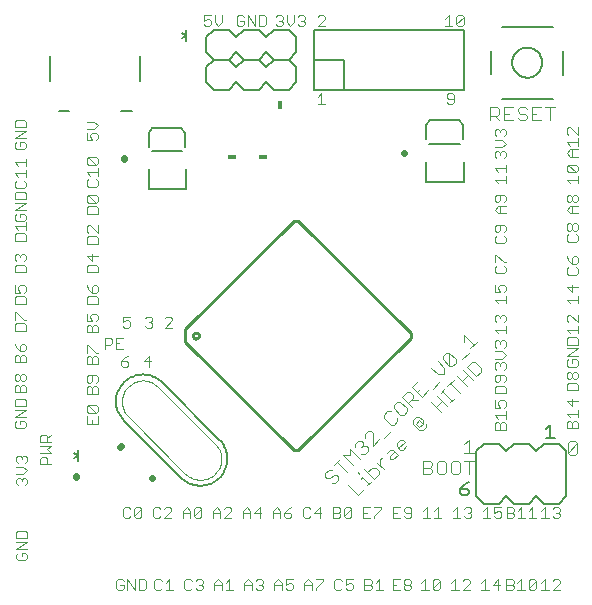
<source format=gto>
G75*
G70*
%OFA0B0*%
%FSLAX24Y24*%
%IPPOS*%
%LPD*%
%AMOC8*
5,1,8,0,0,1.08239X$1,22.5*
%
%ADD10C,0.0030*%
%ADD11C,0.0040*%
%ADD12C,0.0100*%
%ADD13C,0.0060*%
%ADD14C,0.0020*%
%ADD15C,0.0050*%
%ADD16C,0.0080*%
%ADD17C,0.0220*%
%ADD18R,0.0180X0.0300*%
%ADD19R,0.0300X0.0180*%
D10*
X000761Y001669D02*
X001007Y001669D01*
X001069Y001731D01*
X001069Y001854D01*
X001007Y001916D01*
X000884Y001916D01*
X000884Y001793D01*
X000761Y001916D02*
X000699Y001854D01*
X000699Y001731D01*
X000761Y001669D01*
X000699Y002038D02*
X001069Y002284D01*
X000699Y002284D01*
X000699Y002406D02*
X000699Y002591D01*
X000761Y002653D01*
X001007Y002653D01*
X001069Y002591D01*
X001069Y002406D01*
X000699Y002406D01*
X000699Y002038D02*
X001069Y002038D01*
X001007Y004169D02*
X001069Y004231D01*
X001069Y004354D01*
X001007Y004416D01*
X000946Y004416D01*
X000884Y004354D01*
X000884Y004293D01*
X000884Y004354D02*
X000822Y004416D01*
X000761Y004416D01*
X000699Y004354D01*
X000699Y004231D01*
X000761Y004169D01*
X000699Y004538D02*
X000946Y004538D01*
X001069Y004661D01*
X000946Y004784D01*
X000699Y004784D01*
X000761Y004906D02*
X000699Y004968D01*
X000699Y005091D01*
X000761Y005153D01*
X000822Y005153D01*
X000884Y005091D01*
X000946Y005153D01*
X001007Y005153D01*
X001069Y005091D01*
X001069Y004968D01*
X001007Y004906D01*
X000884Y005029D02*
X000884Y005091D01*
X001499Y005054D02*
X001499Y004869D01*
X001869Y004869D01*
X001746Y004869D02*
X001746Y005054D01*
X001684Y005116D01*
X001561Y005116D01*
X001499Y005054D01*
X001499Y005238D02*
X001869Y005238D01*
X001746Y005361D01*
X001869Y005484D01*
X001499Y005484D01*
X001499Y005606D02*
X001499Y005791D01*
X001561Y005853D01*
X001684Y005853D01*
X001746Y005791D01*
X001746Y005606D01*
X001869Y005606D02*
X001499Y005606D01*
X001746Y005729D02*
X001869Y005853D01*
X001019Y006131D02*
X001019Y006254D01*
X000957Y006316D01*
X000834Y006316D01*
X000834Y006193D01*
X000711Y006316D02*
X000649Y006254D01*
X000649Y006131D01*
X000711Y006069D01*
X000957Y006069D01*
X001019Y006131D01*
X001019Y006438D02*
X000649Y006438D01*
X001019Y006684D01*
X000649Y006684D01*
X000649Y006806D02*
X000649Y006991D01*
X000711Y007053D01*
X000957Y007053D01*
X001019Y006991D01*
X001019Y006806D01*
X000649Y006806D01*
X000649Y007269D02*
X000649Y007454D01*
X000711Y007516D01*
X000772Y007516D01*
X000834Y007454D01*
X000834Y007269D01*
X001019Y007269D02*
X001019Y007454D01*
X000957Y007516D01*
X000896Y007516D01*
X000834Y007454D01*
X000772Y007638D02*
X000711Y007638D01*
X000649Y007699D01*
X000649Y007823D01*
X000711Y007884D01*
X000772Y007884D01*
X000834Y007823D01*
X000834Y007699D01*
X000772Y007638D01*
X000834Y007699D02*
X000896Y007638D01*
X000957Y007638D01*
X001019Y007699D01*
X001019Y007823D01*
X000957Y007884D01*
X000896Y007884D01*
X000834Y007823D01*
X000834Y008269D02*
X000834Y008454D01*
X000896Y008516D01*
X000957Y008516D01*
X001019Y008454D01*
X001019Y008269D01*
X000649Y008269D01*
X000649Y008454D01*
X000711Y008516D01*
X000772Y008516D01*
X000834Y008454D01*
X000834Y008638D02*
X000711Y008761D01*
X000649Y008884D01*
X000834Y008823D02*
X000834Y008638D01*
X000957Y008638D01*
X001019Y008699D01*
X001019Y008823D01*
X000957Y008884D01*
X000896Y008884D01*
X000834Y008823D01*
X000649Y009319D02*
X000649Y009504D01*
X000711Y009566D01*
X000957Y009566D01*
X001019Y009504D01*
X001019Y009319D01*
X000649Y009319D01*
X000649Y009688D02*
X000649Y009934D01*
X000711Y009934D01*
X000957Y009688D01*
X001019Y009688D01*
X001019Y010219D02*
X000649Y010219D01*
X000649Y010404D01*
X000711Y010466D01*
X000957Y010466D01*
X001019Y010404D01*
X001019Y010219D01*
X000957Y010588D02*
X001019Y010649D01*
X001019Y010773D01*
X000957Y010834D01*
X000834Y010834D01*
X000772Y010773D01*
X000772Y010711D01*
X000834Y010588D01*
X000649Y010588D01*
X000649Y010834D01*
X000649Y011269D02*
X000649Y011454D01*
X000711Y011516D01*
X000957Y011516D01*
X001019Y011454D01*
X001019Y011269D01*
X000649Y011269D01*
X000711Y011638D02*
X000649Y011699D01*
X000649Y011823D01*
X000711Y011884D01*
X000772Y011884D01*
X000834Y011823D01*
X000896Y011884D01*
X000957Y011884D01*
X001019Y011823D01*
X001019Y011699D01*
X000957Y011638D01*
X000834Y011761D02*
X000834Y011823D01*
X000649Y012319D02*
X000649Y012504D01*
X000711Y012566D01*
X000957Y012566D01*
X001019Y012504D01*
X001019Y012319D01*
X000649Y012319D01*
X000772Y012688D02*
X000649Y012811D01*
X001019Y012811D01*
X001019Y012688D02*
X001019Y012934D01*
X000957Y012969D02*
X001019Y013031D01*
X001019Y013154D01*
X000957Y013216D01*
X000834Y013216D01*
X000834Y013093D01*
X000711Y013216D02*
X000649Y013154D01*
X000649Y013031D01*
X000711Y012969D01*
X000957Y012969D01*
X001019Y013338D02*
X000649Y013338D01*
X001019Y013584D01*
X000649Y013584D01*
X000649Y013706D02*
X000649Y013891D01*
X000711Y013953D01*
X000957Y013953D01*
X001019Y013891D01*
X001019Y013706D01*
X000649Y013706D01*
X000711Y014069D02*
X000957Y014069D01*
X001019Y014131D01*
X001019Y014254D01*
X000957Y014316D01*
X001019Y014438D02*
X001019Y014684D01*
X001019Y014806D02*
X001019Y015053D01*
X001019Y014929D02*
X000649Y014929D01*
X000772Y014806D01*
X000649Y014561D02*
X001019Y014561D01*
X000772Y014438D02*
X000649Y014561D01*
X000711Y014316D02*
X000649Y014254D01*
X000649Y014131D01*
X000711Y014069D01*
X000711Y015364D02*
X000957Y015364D01*
X001019Y015426D01*
X001019Y015550D01*
X000957Y015611D01*
X000834Y015611D01*
X000834Y015488D01*
X000711Y015611D02*
X000649Y015550D01*
X000649Y015426D01*
X000711Y015364D01*
X000649Y015733D02*
X001019Y015980D01*
X000649Y015980D01*
X000649Y016101D02*
X000649Y016286D01*
X000711Y016348D01*
X000957Y016348D01*
X001019Y016286D01*
X001019Y016101D01*
X000649Y016101D01*
X000649Y015733D02*
X001019Y015733D01*
X003049Y015669D02*
X003234Y015669D01*
X003172Y015793D01*
X003172Y015854D01*
X003234Y015916D01*
X003357Y015916D01*
X003419Y015854D01*
X003419Y015731D01*
X003357Y015669D01*
X003049Y015669D02*
X003049Y015916D01*
X003049Y016038D02*
X003296Y016038D01*
X003419Y016161D01*
X003296Y016284D01*
X003049Y016284D01*
X003111Y015103D02*
X003357Y014856D01*
X003419Y014918D01*
X003419Y015041D01*
X003357Y015103D01*
X003111Y015103D01*
X003049Y015041D01*
X003049Y014918D01*
X003111Y014856D01*
X003357Y014856D01*
X003419Y014734D02*
X003419Y014488D01*
X003419Y014611D02*
X003049Y014611D01*
X003172Y014488D01*
X003111Y014366D02*
X003049Y014304D01*
X003049Y014181D01*
X003111Y014119D01*
X003357Y014119D01*
X003419Y014181D01*
X003419Y014304D01*
X003357Y014366D01*
X003357Y013834D02*
X003111Y013834D01*
X003357Y013588D01*
X003419Y013649D01*
X003419Y013773D01*
X003357Y013834D01*
X003357Y013588D02*
X003111Y013588D01*
X003049Y013649D01*
X003049Y013773D01*
X003111Y013834D01*
X003111Y013466D02*
X003049Y013404D01*
X003049Y013219D01*
X003419Y013219D01*
X003419Y013404D01*
X003357Y013466D01*
X003111Y013466D01*
X003111Y012834D02*
X003049Y012773D01*
X003049Y012649D01*
X003111Y012588D01*
X003111Y012466D02*
X003049Y012404D01*
X003049Y012219D01*
X003419Y012219D01*
X003419Y012404D01*
X003357Y012466D01*
X003111Y012466D01*
X003419Y012588D02*
X003172Y012834D01*
X003111Y012834D01*
X003419Y012834D02*
X003419Y012588D01*
X003234Y011884D02*
X003234Y011638D01*
X003049Y011823D01*
X003419Y011823D01*
X003357Y011516D02*
X003111Y011516D01*
X003049Y011454D01*
X003049Y011269D01*
X003419Y011269D01*
X003419Y011454D01*
X003357Y011516D01*
X003357Y010834D02*
X003296Y010834D01*
X003234Y010773D01*
X003234Y010588D01*
X003357Y010588D01*
X003419Y010649D01*
X003419Y010773D01*
X003357Y010834D01*
X003111Y010711D02*
X003234Y010588D01*
X003357Y010466D02*
X003111Y010466D01*
X003049Y010404D01*
X003049Y010219D01*
X003419Y010219D01*
X003419Y010404D01*
X003357Y010466D01*
X003111Y010711D02*
X003049Y010834D01*
X003049Y009884D02*
X003049Y009638D01*
X003234Y009638D01*
X003172Y009761D01*
X003172Y009823D01*
X003234Y009884D01*
X003357Y009884D01*
X003419Y009823D01*
X003419Y009699D01*
X003357Y009638D01*
X003357Y009516D02*
X003419Y009454D01*
X003419Y009269D01*
X003049Y009269D01*
X003049Y009454D01*
X003111Y009516D01*
X003172Y009516D01*
X003234Y009454D01*
X003234Y009269D01*
X003234Y009454D02*
X003296Y009516D01*
X003357Y009516D01*
X003649Y009090D02*
X003834Y009090D01*
X003896Y009028D01*
X003896Y008904D01*
X003834Y008843D01*
X003649Y008843D01*
X003649Y008719D02*
X003649Y009090D01*
X004017Y009090D02*
X004017Y008719D01*
X004264Y008719D01*
X004141Y008904D02*
X004017Y008904D01*
X004017Y009090D02*
X004264Y009090D01*
X004311Y009419D02*
X004249Y009481D01*
X004311Y009419D02*
X004434Y009419D01*
X004496Y009481D01*
X004496Y009604D01*
X004434Y009666D01*
X004373Y009666D01*
X004249Y009604D01*
X004249Y009790D01*
X004496Y009790D01*
X004999Y009728D02*
X005061Y009790D01*
X005184Y009790D01*
X005246Y009728D01*
X005246Y009666D01*
X005184Y009604D01*
X005246Y009543D01*
X005246Y009481D01*
X005184Y009419D01*
X005061Y009419D01*
X004999Y009481D01*
X005123Y009604D02*
X005184Y009604D01*
X005649Y009728D02*
X005711Y009790D01*
X005834Y009790D01*
X005896Y009728D01*
X005896Y009666D01*
X005649Y009419D01*
X005896Y009419D01*
X005134Y008490D02*
X004949Y008304D01*
X005196Y008304D01*
X005134Y008119D02*
X005134Y008490D01*
X004446Y008490D02*
X004323Y008428D01*
X004199Y008304D01*
X004384Y008304D01*
X004446Y008243D01*
X004446Y008181D01*
X004384Y008119D01*
X004261Y008119D01*
X004199Y008181D01*
X004199Y008304D01*
X003419Y008219D02*
X003419Y008404D01*
X003357Y008466D01*
X003296Y008466D01*
X003234Y008404D01*
X003234Y008219D01*
X003049Y008219D02*
X003049Y008404D01*
X003111Y008466D01*
X003172Y008466D01*
X003234Y008404D01*
X003357Y008588D02*
X003419Y008588D01*
X003357Y008588D02*
X003111Y008834D01*
X003049Y008834D01*
X003049Y008588D01*
X003049Y008219D02*
X003419Y008219D01*
X003357Y007834D02*
X003111Y007834D01*
X003049Y007773D01*
X003049Y007649D01*
X003111Y007588D01*
X003172Y007588D01*
X003234Y007649D01*
X003234Y007834D01*
X003357Y007834D02*
X003419Y007773D01*
X003419Y007649D01*
X003357Y007588D01*
X003357Y007466D02*
X003419Y007404D01*
X003419Y007219D01*
X003049Y007219D01*
X003049Y007404D01*
X003111Y007466D01*
X003172Y007466D01*
X003234Y007404D01*
X003234Y007219D01*
X003234Y007404D02*
X003296Y007466D01*
X003357Y007466D01*
X003357Y006834D02*
X003111Y006834D01*
X003357Y006588D01*
X003419Y006649D01*
X003419Y006773D01*
X003357Y006834D01*
X003357Y006588D02*
X003111Y006588D01*
X003049Y006649D01*
X003049Y006773D01*
X003111Y006834D01*
X003049Y006466D02*
X003049Y006219D01*
X003419Y006219D01*
X003419Y006466D01*
X003234Y006343D02*
X003234Y006219D01*
X001019Y007269D02*
X000649Y007269D01*
X004324Y003440D02*
X004263Y003378D01*
X004263Y003131D01*
X004324Y003069D01*
X004448Y003069D01*
X004509Y003131D01*
X004631Y003131D02*
X004631Y003378D01*
X004693Y003440D01*
X004816Y003440D01*
X004878Y003378D01*
X004631Y003131D01*
X004693Y003069D01*
X004816Y003069D01*
X004878Y003131D01*
X004878Y003378D01*
X004509Y003378D02*
X004448Y003440D01*
X004324Y003440D01*
X005263Y003378D02*
X005263Y003131D01*
X005324Y003069D01*
X005448Y003069D01*
X005509Y003131D01*
X005631Y003069D02*
X005878Y003316D01*
X005878Y003378D01*
X005816Y003440D01*
X005693Y003440D01*
X005631Y003378D01*
X005509Y003378D02*
X005448Y003440D01*
X005324Y003440D01*
X005263Y003378D01*
X005631Y003069D02*
X005878Y003069D01*
X006263Y003069D02*
X006263Y003316D01*
X006386Y003440D01*
X006509Y003316D01*
X006509Y003069D01*
X006631Y003131D02*
X006631Y003378D01*
X006693Y003440D01*
X006816Y003440D01*
X006878Y003378D01*
X006631Y003131D01*
X006693Y003069D01*
X006816Y003069D01*
X006878Y003131D01*
X006878Y003378D01*
X006509Y003254D02*
X006263Y003254D01*
X007263Y003254D02*
X007509Y003254D01*
X007509Y003316D02*
X007509Y003069D01*
X007631Y003069D02*
X007878Y003316D01*
X007878Y003378D01*
X007816Y003440D01*
X007693Y003440D01*
X007631Y003378D01*
X007509Y003316D02*
X007386Y003440D01*
X007263Y003316D01*
X007263Y003069D01*
X007631Y003069D02*
X007878Y003069D01*
X008263Y003069D02*
X008263Y003316D01*
X008386Y003440D01*
X008509Y003316D01*
X008509Y003069D01*
X008509Y003254D02*
X008263Y003254D01*
X008631Y003254D02*
X008878Y003254D01*
X008816Y003069D02*
X008816Y003440D01*
X008631Y003254D01*
X009263Y003254D02*
X009509Y003254D01*
X009509Y003316D02*
X009509Y003069D01*
X009631Y003131D02*
X009693Y003069D01*
X009816Y003069D01*
X009878Y003131D01*
X009878Y003193D01*
X009816Y003254D01*
X009631Y003254D01*
X009631Y003131D01*
X009631Y003254D02*
X009754Y003378D01*
X009878Y003440D01*
X009509Y003316D02*
X009386Y003440D01*
X009263Y003316D01*
X009263Y003069D01*
X010263Y003131D02*
X010324Y003069D01*
X010448Y003069D01*
X010509Y003131D01*
X010631Y003254D02*
X010878Y003254D01*
X010816Y003069D02*
X010816Y003440D01*
X010631Y003254D01*
X010509Y003378D02*
X010448Y003440D01*
X010324Y003440D01*
X010263Y003378D01*
X010263Y003131D01*
X011263Y003069D02*
X011448Y003069D01*
X011509Y003131D01*
X011509Y003193D01*
X011448Y003254D01*
X011263Y003254D01*
X011263Y003069D02*
X011263Y003440D01*
X011448Y003440D01*
X011509Y003378D01*
X011509Y003316D01*
X011448Y003254D01*
X011631Y003131D02*
X011878Y003378D01*
X011878Y003131D01*
X011816Y003069D01*
X011693Y003069D01*
X011631Y003131D01*
X011631Y003378D01*
X011693Y003440D01*
X011816Y003440D01*
X011878Y003378D01*
X012263Y003440D02*
X012263Y003069D01*
X012509Y003069D01*
X012631Y003069D02*
X012631Y003131D01*
X012878Y003378D01*
X012878Y003440D01*
X012631Y003440D01*
X012509Y003440D02*
X012263Y003440D01*
X012263Y003254D02*
X012386Y003254D01*
X013263Y003254D02*
X013386Y003254D01*
X013263Y003069D02*
X013509Y003069D01*
X013631Y003131D02*
X013693Y003069D01*
X013816Y003069D01*
X013878Y003131D01*
X013878Y003378D01*
X013816Y003440D01*
X013693Y003440D01*
X013631Y003378D01*
X013631Y003316D01*
X013693Y003254D01*
X013878Y003254D01*
X014263Y003316D02*
X014386Y003440D01*
X014386Y003069D01*
X014263Y003069D02*
X014509Y003069D01*
X014631Y003069D02*
X014878Y003069D01*
X014754Y003069D02*
X014754Y003440D01*
X014631Y003316D01*
X015263Y003316D02*
X015386Y003440D01*
X015386Y003069D01*
X015263Y003069D02*
X015509Y003069D01*
X015631Y003131D02*
X015693Y003069D01*
X015816Y003069D01*
X015878Y003131D01*
X015878Y003193D01*
X015816Y003254D01*
X015754Y003254D01*
X015816Y003254D02*
X015878Y003316D01*
X015878Y003378D01*
X015816Y003440D01*
X015693Y003440D01*
X015631Y003378D01*
X016263Y003316D02*
X016386Y003440D01*
X016386Y003069D01*
X016263Y003069D02*
X016509Y003069D01*
X016631Y003131D02*
X016693Y003069D01*
X016816Y003069D01*
X016878Y003131D01*
X016878Y003254D01*
X016816Y003316D01*
X016754Y003316D01*
X016631Y003254D01*
X016631Y003440D01*
X016878Y003440D01*
X017049Y003440D02*
X017234Y003440D01*
X017296Y003378D01*
X017296Y003316D01*
X017234Y003254D01*
X017049Y003254D01*
X017049Y003069D02*
X017234Y003069D01*
X017296Y003131D01*
X017296Y003193D01*
X017234Y003254D01*
X017417Y003316D02*
X017541Y003440D01*
X017541Y003069D01*
X017664Y003069D02*
X017417Y003069D01*
X017049Y003069D02*
X017049Y003440D01*
X017786Y003316D02*
X017909Y003440D01*
X017909Y003069D01*
X017786Y003069D02*
X018033Y003069D01*
X018213Y003069D02*
X018459Y003069D01*
X018336Y003069D02*
X018336Y003440D01*
X018213Y003316D01*
X018581Y003378D02*
X018643Y003440D01*
X018766Y003440D01*
X018828Y003378D01*
X018828Y003316D01*
X018766Y003254D01*
X018828Y003193D01*
X018828Y003131D01*
X018766Y003069D01*
X018643Y003069D01*
X018581Y003131D01*
X018704Y003254D02*
X018766Y003254D01*
X018766Y001040D02*
X018643Y001040D01*
X018581Y000978D01*
X018766Y001040D02*
X018828Y000978D01*
X018828Y000916D01*
X018581Y000669D01*
X018828Y000669D01*
X018459Y000669D02*
X018213Y000669D01*
X018336Y000669D02*
X018336Y001040D01*
X018213Y000916D01*
X018028Y000978D02*
X018028Y000731D01*
X017966Y000669D01*
X017843Y000669D01*
X017781Y000731D01*
X018028Y000978D01*
X017966Y001040D01*
X017843Y001040D01*
X017781Y000978D01*
X017781Y000731D01*
X017659Y000669D02*
X017413Y000669D01*
X017536Y000669D02*
X017536Y001040D01*
X017413Y000916D01*
X017291Y000916D02*
X017229Y000854D01*
X017044Y000854D01*
X017044Y000669D02*
X017229Y000669D01*
X017291Y000731D01*
X017291Y000793D01*
X017229Y000854D01*
X017291Y000916D02*
X017291Y000978D01*
X017229Y001040D01*
X017044Y001040D01*
X017044Y000669D01*
X016766Y000669D02*
X016766Y001040D01*
X016581Y000854D01*
X016828Y000854D01*
X016459Y000669D02*
X016213Y000669D01*
X016336Y000669D02*
X016336Y001040D01*
X016213Y000916D01*
X015828Y000916D02*
X015828Y000978D01*
X015766Y001040D01*
X015643Y001040D01*
X015581Y000978D01*
X015336Y001040D02*
X015336Y000669D01*
X015213Y000669D02*
X015459Y000669D01*
X015581Y000669D02*
X015828Y000916D01*
X015828Y000669D02*
X015581Y000669D01*
X015213Y000916D02*
X015336Y001040D01*
X014828Y000978D02*
X014828Y000731D01*
X014766Y000669D01*
X014643Y000669D01*
X014581Y000731D01*
X014828Y000978D01*
X014766Y001040D01*
X014643Y001040D01*
X014581Y000978D01*
X014581Y000731D01*
X014459Y000669D02*
X014213Y000669D01*
X014336Y000669D02*
X014336Y001040D01*
X014213Y000916D01*
X013864Y000916D02*
X013864Y000978D01*
X013803Y001039D01*
X013679Y001039D01*
X013617Y000978D01*
X013617Y000916D01*
X013679Y000854D01*
X013803Y000854D01*
X013864Y000916D01*
X013803Y000854D02*
X013864Y000792D01*
X013864Y000731D01*
X013803Y000669D01*
X013679Y000669D01*
X013617Y000731D01*
X013617Y000792D01*
X013679Y000854D01*
X013496Y000669D02*
X013249Y000669D01*
X013249Y001039D01*
X013496Y001039D01*
X013373Y000854D02*
X013249Y000854D01*
X012928Y000669D02*
X012681Y000669D01*
X012804Y000669D02*
X012804Y001040D01*
X012681Y000916D01*
X012559Y000916D02*
X012498Y000854D01*
X012313Y000854D01*
X012313Y000669D02*
X012498Y000669D01*
X012559Y000731D01*
X012559Y000793D01*
X012498Y000854D01*
X012559Y000916D02*
X012559Y000978D01*
X012498Y001040D01*
X012313Y001040D01*
X012313Y000669D01*
X011928Y000731D02*
X011866Y000669D01*
X011743Y000669D01*
X011681Y000731D01*
X011559Y000731D02*
X011498Y000669D01*
X011374Y000669D01*
X011313Y000731D01*
X011313Y000978D01*
X011374Y001040D01*
X011498Y001040D01*
X011559Y000978D01*
X011681Y001040D02*
X011681Y000854D01*
X011804Y000916D01*
X011866Y000916D01*
X011928Y000854D01*
X011928Y000731D01*
X011928Y001040D02*
X011681Y001040D01*
X010928Y001040D02*
X010928Y000978D01*
X010681Y000731D01*
X010681Y000669D01*
X010559Y000669D02*
X010559Y000916D01*
X010436Y001040D01*
X010313Y000916D01*
X010313Y000669D01*
X010313Y000854D02*
X010559Y000854D01*
X010681Y001040D02*
X010928Y001040D01*
X009928Y001040D02*
X009681Y001040D01*
X009681Y000854D01*
X009804Y000916D01*
X009866Y000916D01*
X009928Y000854D01*
X009928Y000731D01*
X009866Y000669D01*
X009743Y000669D01*
X009681Y000731D01*
X009559Y000669D02*
X009559Y000916D01*
X009436Y001040D01*
X009313Y000916D01*
X009313Y000669D01*
X009313Y000854D02*
X009559Y000854D01*
X008928Y000793D02*
X008928Y000731D01*
X008866Y000669D01*
X008743Y000669D01*
X008681Y000731D01*
X008559Y000669D02*
X008559Y000916D01*
X008436Y001040D01*
X008313Y000916D01*
X008313Y000669D01*
X008313Y000854D02*
X008559Y000854D01*
X008681Y000978D02*
X008743Y001040D01*
X008866Y001040D01*
X008928Y000978D01*
X008928Y000916D01*
X008866Y000854D01*
X008928Y000793D01*
X008866Y000854D02*
X008804Y000854D01*
X007928Y000669D02*
X007681Y000669D01*
X007559Y000669D02*
X007559Y000916D01*
X007436Y001040D01*
X007313Y000916D01*
X007313Y000669D01*
X007313Y000854D02*
X007559Y000854D01*
X007681Y000916D02*
X007804Y001040D01*
X007804Y000669D01*
X006928Y000731D02*
X006866Y000669D01*
X006743Y000669D01*
X006681Y000731D01*
X006559Y000731D02*
X006498Y000669D01*
X006374Y000669D01*
X006313Y000731D01*
X006313Y000978D01*
X006374Y001040D01*
X006498Y001040D01*
X006559Y000978D01*
X006681Y000978D02*
X006743Y001040D01*
X006866Y001040D01*
X006928Y000978D01*
X006928Y000916D01*
X006866Y000854D01*
X006928Y000793D01*
X006928Y000731D01*
X006866Y000854D02*
X006804Y000854D01*
X005928Y000669D02*
X005681Y000669D01*
X005804Y000669D02*
X005804Y001040D01*
X005681Y000916D01*
X005559Y000978D02*
X005498Y001040D01*
X005374Y001040D01*
X005313Y000978D01*
X005313Y000731D01*
X005374Y000669D01*
X005498Y000669D01*
X005559Y000731D01*
X005028Y000731D02*
X005028Y000978D01*
X004966Y001040D01*
X004781Y001040D01*
X004781Y000669D01*
X004966Y000669D01*
X005028Y000731D01*
X004659Y000669D02*
X004659Y001040D01*
X004413Y001040D02*
X004413Y000669D01*
X004291Y000731D02*
X004291Y000854D01*
X004168Y000854D01*
X004291Y000731D02*
X004229Y000669D01*
X004106Y000669D01*
X004044Y000731D01*
X004044Y000978D01*
X004106Y001040D01*
X004229Y001040D01*
X004291Y000978D01*
X004413Y001040D02*
X004659Y000669D01*
X013263Y003069D02*
X013263Y003440D01*
X013509Y003440D01*
X016649Y006014D02*
X016649Y006200D01*
X016711Y006261D01*
X016772Y006261D01*
X016834Y006200D01*
X016834Y006014D01*
X017019Y006014D02*
X017019Y006200D01*
X016957Y006261D01*
X016896Y006261D01*
X016834Y006200D01*
X016772Y006383D02*
X016649Y006506D01*
X017019Y006506D01*
X017019Y006383D02*
X017019Y006630D01*
X016957Y006751D02*
X017019Y006813D01*
X017019Y006936D01*
X016957Y006998D01*
X016834Y006998D01*
X016772Y006936D01*
X016772Y006874D01*
X016834Y006751D01*
X016649Y006751D01*
X016649Y006998D01*
X016649Y007233D02*
X016649Y007418D01*
X016711Y007480D01*
X016957Y007480D01*
X017019Y007418D01*
X017019Y007233D01*
X016649Y007233D01*
X016711Y007601D02*
X016649Y007663D01*
X016649Y007786D01*
X016711Y007848D01*
X016957Y007848D01*
X017019Y007786D01*
X017019Y007663D01*
X016957Y007601D01*
X016834Y007663D02*
X016834Y007848D01*
X016834Y007663D02*
X016772Y007601D01*
X016711Y007601D01*
X016711Y008014D02*
X016649Y008076D01*
X016649Y008200D01*
X016711Y008261D01*
X016772Y008261D01*
X016834Y008200D01*
X016896Y008261D01*
X016957Y008261D01*
X017019Y008200D01*
X017019Y008076D01*
X016957Y008014D01*
X016834Y008138D02*
X016834Y008200D01*
X016896Y008383D02*
X016649Y008383D01*
X016649Y008630D02*
X016896Y008630D01*
X017019Y008506D01*
X016896Y008383D01*
X016957Y008751D02*
X017019Y008813D01*
X017019Y008936D01*
X016957Y008998D01*
X016896Y008998D01*
X016834Y008936D01*
X016834Y008874D01*
X016834Y008936D02*
X016772Y008998D01*
X016711Y008998D01*
X016649Y008936D01*
X016649Y008813D01*
X016711Y008751D01*
X016772Y009233D02*
X016649Y009356D01*
X017019Y009356D01*
X017019Y009233D02*
X017019Y009480D01*
X016957Y009601D02*
X017019Y009663D01*
X017019Y009786D01*
X016957Y009848D01*
X016896Y009848D01*
X016834Y009786D01*
X016834Y009724D01*
X016834Y009786D02*
X016772Y009848D01*
X016711Y009848D01*
X016649Y009786D01*
X016649Y009663D01*
X016711Y009601D01*
X016772Y010233D02*
X016649Y010356D01*
X017019Y010356D01*
X017019Y010233D02*
X017019Y010480D01*
X016957Y010601D02*
X017019Y010663D01*
X017019Y010786D01*
X016957Y010848D01*
X016834Y010848D01*
X016772Y010786D01*
X016772Y010724D01*
X016834Y010601D01*
X016649Y010601D01*
X016649Y010848D01*
X016711Y011233D02*
X016957Y011233D01*
X017019Y011294D01*
X017019Y011418D01*
X016957Y011480D01*
X016957Y011601D02*
X017019Y011601D01*
X016957Y011601D02*
X016711Y011848D01*
X016649Y011848D01*
X016649Y011601D01*
X016711Y011480D02*
X016649Y011418D01*
X016649Y011294D01*
X016711Y011233D01*
X016711Y012233D02*
X016957Y012233D01*
X017019Y012294D01*
X017019Y012418D01*
X016957Y012480D01*
X016957Y012601D02*
X017019Y012663D01*
X017019Y012786D01*
X016957Y012848D01*
X016711Y012848D01*
X016649Y012786D01*
X016649Y012663D01*
X016711Y012601D01*
X016772Y012601D01*
X016834Y012663D01*
X016834Y012848D01*
X016711Y012480D02*
X016649Y012418D01*
X016649Y012294D01*
X016711Y012233D01*
X016772Y013233D02*
X016649Y013356D01*
X016772Y013480D01*
X017019Y013480D01*
X016957Y013601D02*
X017019Y013663D01*
X017019Y013786D01*
X016957Y013848D01*
X016711Y013848D01*
X016649Y013786D01*
X016649Y013663D01*
X016711Y013601D01*
X016772Y013601D01*
X016834Y013663D01*
X016834Y013848D01*
X016834Y013480D02*
X016834Y013233D01*
X016772Y013233D02*
X017019Y013233D01*
X017019Y014233D02*
X017019Y014480D01*
X017019Y014601D02*
X017019Y014848D01*
X017019Y014724D02*
X016649Y014724D01*
X016772Y014601D01*
X016649Y014356D02*
X017019Y014356D01*
X016772Y014233D02*
X016649Y014356D01*
X016711Y015064D02*
X016649Y015126D01*
X016649Y015250D01*
X016711Y015311D01*
X016772Y015311D01*
X016834Y015250D01*
X016896Y015311D01*
X016957Y015311D01*
X017019Y015250D01*
X017019Y015126D01*
X016957Y015064D01*
X016834Y015188D02*
X016834Y015250D01*
X016896Y015433D02*
X016649Y015433D01*
X016649Y015680D02*
X016896Y015680D01*
X017019Y015556D01*
X016896Y015433D01*
X016957Y015801D02*
X017019Y015863D01*
X017019Y015986D01*
X016957Y016048D01*
X016896Y016048D01*
X016834Y015986D01*
X016834Y015924D01*
X016834Y015986D02*
X016772Y016048D01*
X016711Y016048D01*
X016649Y015986D01*
X016649Y015863D01*
X016711Y015801D01*
X015296Y016931D02*
X015296Y017178D01*
X015234Y017240D01*
X015111Y017240D01*
X015049Y017178D01*
X015049Y017116D01*
X015111Y017054D01*
X015296Y017054D01*
X015296Y016931D02*
X015234Y016869D01*
X015111Y016869D01*
X015049Y016931D01*
X014999Y019469D02*
X015246Y019469D01*
X015123Y019469D02*
X015123Y019840D01*
X014999Y019716D01*
X015367Y019778D02*
X015367Y019531D01*
X015614Y019778D01*
X015614Y019531D01*
X015553Y019469D01*
X015429Y019469D01*
X015367Y019531D01*
X015367Y019778D02*
X015429Y019840D01*
X015553Y019840D01*
X015614Y019778D01*
X019111Y016103D02*
X019049Y016041D01*
X019049Y015918D01*
X019111Y015856D01*
X019111Y016103D02*
X019172Y016103D01*
X019419Y015856D01*
X019419Y016103D01*
X019419Y015734D02*
X019419Y015488D01*
X019419Y015366D02*
X019172Y015366D01*
X019049Y015243D01*
X019172Y015119D01*
X019419Y015119D01*
X019234Y015119D02*
X019234Y015366D01*
X019172Y015488D02*
X019049Y015611D01*
X019419Y015611D01*
X019357Y014848D02*
X019111Y014848D01*
X019357Y014601D01*
X019419Y014663D01*
X019419Y014786D01*
X019357Y014848D01*
X019111Y014848D02*
X019049Y014786D01*
X019049Y014663D01*
X019111Y014601D01*
X019357Y014601D01*
X019419Y014480D02*
X019419Y014233D01*
X019419Y014356D02*
X019049Y014356D01*
X019172Y014233D01*
X019172Y013848D02*
X019234Y013786D01*
X019234Y013663D01*
X019172Y013601D01*
X019111Y013601D01*
X019049Y013663D01*
X019049Y013786D01*
X019111Y013848D01*
X019172Y013848D01*
X019234Y013786D02*
X019296Y013848D01*
X019357Y013848D01*
X019419Y013786D01*
X019419Y013663D01*
X019357Y013601D01*
X019296Y013601D01*
X019234Y013663D01*
X019234Y013480D02*
X019234Y013233D01*
X019172Y013233D02*
X019049Y013356D01*
X019172Y013480D01*
X019419Y013480D01*
X019419Y013233D02*
X019172Y013233D01*
X019172Y012898D02*
X019234Y012836D01*
X019234Y012713D01*
X019172Y012651D01*
X019111Y012651D01*
X019049Y012713D01*
X019049Y012836D01*
X019111Y012898D01*
X019172Y012898D01*
X019234Y012836D02*
X019296Y012898D01*
X019357Y012898D01*
X019419Y012836D01*
X019419Y012713D01*
X019357Y012651D01*
X019296Y012651D01*
X019234Y012713D01*
X019111Y012530D02*
X019049Y012468D01*
X019049Y012344D01*
X019111Y012283D01*
X019357Y012283D01*
X019419Y012344D01*
X019419Y012468D01*
X019357Y012530D01*
X019357Y011798D02*
X019296Y011798D01*
X019234Y011736D01*
X019234Y011551D01*
X019357Y011551D01*
X019419Y011613D01*
X019419Y011736D01*
X019357Y011798D01*
X019111Y011674D02*
X019234Y011551D01*
X019111Y011430D02*
X019049Y011368D01*
X019049Y011244D01*
X019111Y011183D01*
X019357Y011183D01*
X019419Y011244D01*
X019419Y011368D01*
X019357Y011430D01*
X019111Y011674D02*
X019049Y011798D01*
X019234Y010848D02*
X019234Y010601D01*
X019049Y010786D01*
X019419Y010786D01*
X019419Y010480D02*
X019419Y010233D01*
X019419Y010356D02*
X019049Y010356D01*
X019172Y010233D01*
X019172Y009848D02*
X019111Y009848D01*
X019049Y009786D01*
X019049Y009663D01*
X019111Y009601D01*
X019049Y009356D02*
X019419Y009356D01*
X019419Y009233D02*
X019419Y009480D01*
X019419Y009601D02*
X019172Y009848D01*
X019419Y009848D02*
X019419Y009601D01*
X019172Y009233D02*
X019049Y009356D01*
X019111Y009098D02*
X019049Y009036D01*
X019049Y008851D01*
X019419Y008851D01*
X019419Y009036D01*
X019357Y009098D01*
X019111Y009098D01*
X019049Y008730D02*
X019419Y008730D01*
X019049Y008483D01*
X019419Y008483D01*
X019357Y008361D02*
X019234Y008361D01*
X019234Y008238D01*
X019111Y008361D02*
X019049Y008300D01*
X019049Y008176D01*
X019111Y008114D01*
X019357Y008114D01*
X019419Y008176D01*
X019419Y008300D01*
X019357Y008361D01*
X019357Y007948D02*
X019419Y007886D01*
X019419Y007763D01*
X019357Y007701D01*
X019296Y007701D01*
X019234Y007763D01*
X019234Y007886D01*
X019296Y007948D01*
X019357Y007948D01*
X019234Y007886D02*
X019172Y007948D01*
X019111Y007948D01*
X019049Y007886D01*
X019049Y007763D01*
X019111Y007701D01*
X019172Y007701D01*
X019234Y007763D01*
X019111Y007580D02*
X019049Y007518D01*
X019049Y007333D01*
X019419Y007333D01*
X019419Y007518D01*
X019357Y007580D01*
X019111Y007580D01*
X019234Y007048D02*
X019234Y006801D01*
X019049Y006986D01*
X019419Y006986D01*
X019419Y006680D02*
X019419Y006433D01*
X019419Y006556D02*
X019049Y006556D01*
X019172Y006433D01*
X019172Y006311D02*
X019234Y006250D01*
X019234Y006064D01*
X019049Y006064D02*
X019049Y006250D01*
X019111Y006311D01*
X019172Y006311D01*
X019234Y006250D02*
X019296Y006311D01*
X019357Y006311D01*
X019419Y006250D01*
X019419Y006064D01*
X019049Y006064D01*
X017019Y006014D02*
X016649Y006014D01*
X010996Y016869D02*
X010749Y016869D01*
X010873Y016869D02*
X010873Y017240D01*
X010749Y017116D01*
X010749Y019469D02*
X010996Y019716D01*
X010996Y019778D01*
X010934Y019840D01*
X010811Y019840D01*
X010749Y019778D01*
X010749Y019469D02*
X010996Y019469D01*
X010333Y019531D02*
X010271Y019469D01*
X010147Y019469D01*
X010086Y019531D01*
X009964Y019593D02*
X009964Y019840D01*
X010086Y019778D02*
X010147Y019840D01*
X010271Y019840D01*
X010333Y019778D01*
X010333Y019716D01*
X010271Y019654D01*
X010333Y019593D01*
X010333Y019531D01*
X010271Y019654D02*
X010209Y019654D01*
X009964Y019593D02*
X009841Y019469D01*
X009717Y019593D01*
X009717Y019840D01*
X009596Y019778D02*
X009596Y019716D01*
X009534Y019654D01*
X009596Y019593D01*
X009596Y019531D01*
X009534Y019469D01*
X009411Y019469D01*
X009349Y019531D01*
X009473Y019654D02*
X009534Y019654D01*
X009596Y019778D02*
X009534Y019840D01*
X009411Y019840D01*
X009349Y019778D01*
X009033Y019778D02*
X009033Y019531D01*
X008971Y019469D01*
X008786Y019469D01*
X008786Y019840D01*
X008971Y019840D01*
X009033Y019778D01*
X008664Y019840D02*
X008664Y019469D01*
X008417Y019840D01*
X008417Y019469D01*
X008296Y019531D02*
X008296Y019654D01*
X008173Y019654D01*
X008296Y019531D02*
X008234Y019469D01*
X008111Y019469D01*
X008049Y019531D01*
X008049Y019778D01*
X008111Y019840D01*
X008234Y019840D01*
X008296Y019778D01*
X007564Y019840D02*
X007564Y019593D01*
X007441Y019469D01*
X007317Y019593D01*
X007317Y019840D01*
X007196Y019840D02*
X006949Y019840D01*
X006949Y019654D01*
X007073Y019716D01*
X007134Y019716D01*
X007196Y019654D01*
X007196Y019531D01*
X007134Y019469D01*
X007011Y019469D01*
X006949Y019531D01*
D11*
X016504Y016785D02*
X016504Y016324D01*
X016504Y016478D02*
X016734Y016478D01*
X016811Y016554D01*
X016811Y016708D01*
X016734Y016785D01*
X016504Y016785D01*
X016658Y016478D02*
X016811Y016324D01*
X016965Y016324D02*
X017271Y016324D01*
X017425Y016401D02*
X017502Y016324D01*
X017655Y016324D01*
X017732Y016401D01*
X017732Y016478D01*
X017655Y016554D01*
X017502Y016554D01*
X017425Y016631D01*
X017425Y016708D01*
X017502Y016785D01*
X017655Y016785D01*
X017732Y016708D01*
X017885Y016785D02*
X017885Y016324D01*
X018192Y016324D01*
X018039Y016554D02*
X017885Y016554D01*
X017885Y016785D02*
X018192Y016785D01*
X018346Y016785D02*
X018652Y016785D01*
X018499Y016785D02*
X018499Y016324D01*
X017271Y016785D02*
X016965Y016785D01*
X016965Y016324D01*
X016965Y016554D02*
X017118Y016554D01*
X015624Y009174D02*
X015950Y008848D01*
X015841Y008740D02*
X016058Y008957D01*
X015787Y008577D02*
X015570Y008360D01*
X015353Y008360D02*
X015353Y008251D01*
X015245Y008143D01*
X015136Y008143D01*
X015136Y008577D01*
X015353Y008360D01*
X015136Y008577D02*
X015028Y008577D01*
X014919Y008468D01*
X014919Y008360D01*
X015136Y008143D01*
X014973Y008089D02*
X014973Y007872D01*
X014756Y007872D01*
X014539Y008089D01*
X014756Y008306D02*
X014973Y008089D01*
X015285Y007684D02*
X015068Y007467D01*
X014959Y007359D02*
X014851Y007250D01*
X014905Y007305D02*
X015231Y006979D01*
X015285Y007033D02*
X015176Y006925D01*
X015068Y006816D02*
X014742Y007142D01*
X014905Y006979D02*
X014688Y006762D01*
X014851Y006599D02*
X014525Y006925D01*
X014214Y007112D02*
X014431Y007329D01*
X014594Y007383D02*
X014811Y007600D01*
X015176Y007576D02*
X015502Y007250D01*
X015719Y007467D02*
X015393Y007793D01*
X015556Y007630D02*
X015773Y007847D01*
X015610Y008010D02*
X015936Y007684D01*
X016044Y007793D02*
X016207Y007956D01*
X016207Y008064D01*
X015990Y008281D01*
X015882Y008281D01*
X015719Y008118D01*
X016044Y007793D01*
X015624Y008957D02*
X015624Y009174D01*
X014105Y007655D02*
X013888Y007438D01*
X014214Y007112D01*
X014105Y007004D02*
X013888Y007004D01*
X013943Y007058D02*
X013780Y006895D01*
X013888Y006787D02*
X013563Y007112D01*
X013725Y007275D01*
X013834Y007275D01*
X013943Y007166D01*
X013943Y007058D01*
X014051Y007275D02*
X014159Y007383D01*
X013508Y006949D02*
X013400Y006949D01*
X013291Y006841D01*
X013291Y006732D01*
X013509Y006515D01*
X013617Y006515D01*
X013725Y006624D01*
X013726Y006732D01*
X013508Y006949D01*
X013183Y006624D02*
X013074Y006624D01*
X012966Y006515D01*
X012966Y006407D01*
X013183Y006190D01*
X013291Y006190D01*
X013400Y006298D01*
X013400Y006407D01*
X013183Y005973D02*
X012966Y005756D01*
X012803Y005702D02*
X012586Y005485D01*
X012586Y005919D01*
X012532Y005973D01*
X012423Y005973D01*
X012315Y005864D01*
X012315Y005756D01*
X012206Y005647D02*
X012261Y005593D01*
X012261Y005485D01*
X012369Y005485D01*
X012423Y005430D01*
X012423Y005322D01*
X012315Y005213D01*
X012206Y005213D01*
X012152Y005051D02*
X011827Y005376D01*
X011827Y005159D01*
X011610Y005159D01*
X011935Y004834D01*
X012084Y004592D02*
X012138Y004538D01*
X012247Y004429D02*
X012193Y004375D01*
X012247Y004429D02*
X012464Y004212D01*
X012410Y004158D02*
X012518Y004267D01*
X012627Y004375D02*
X012789Y004538D01*
X012789Y004646D01*
X012681Y004755D01*
X012572Y004755D01*
X012410Y004592D01*
X012301Y004701D02*
X012627Y004375D01*
X012952Y004701D02*
X012735Y004918D01*
X012844Y005026D02*
X012844Y004809D01*
X012844Y005026D02*
X012898Y005080D01*
X013061Y005243D02*
X013169Y005352D01*
X013278Y005352D01*
X013440Y005189D01*
X013278Y005026D01*
X013169Y005026D01*
X013169Y005135D01*
X013332Y005297D01*
X013440Y005406D02*
X013657Y005623D01*
X013603Y005677D01*
X013495Y005677D01*
X013386Y005569D01*
X013386Y005460D01*
X013495Y005352D01*
X013603Y005352D01*
X013712Y005460D01*
X014146Y006003D02*
X013929Y006220D01*
X013929Y006328D01*
X014037Y006437D01*
X014146Y006437D01*
X014254Y006328D01*
X014254Y006220D01*
X014146Y006328D01*
X014037Y006220D01*
X014146Y006111D01*
X014254Y006220D01*
X014363Y006220D02*
X014363Y006111D01*
X014254Y006003D01*
X014146Y006003D01*
X014263Y004985D02*
X014493Y004985D01*
X014570Y004908D01*
X014570Y004831D01*
X014493Y004754D01*
X014263Y004754D01*
X014263Y004524D02*
X014493Y004524D01*
X014570Y004601D01*
X014570Y004678D01*
X014493Y004754D01*
X014723Y004601D02*
X014800Y004524D01*
X014953Y004524D01*
X015030Y004601D01*
X015030Y004908D01*
X014953Y004985D01*
X014800Y004985D01*
X014723Y004908D01*
X014723Y004601D01*
X015183Y004601D02*
X015183Y004908D01*
X015260Y004985D01*
X015414Y004985D01*
X015490Y004908D01*
X015490Y004601D01*
X015414Y004524D01*
X015260Y004524D01*
X015183Y004601D01*
X015644Y004985D02*
X015951Y004985D01*
X015797Y004985D02*
X015797Y004524D01*
X015797Y005224D02*
X015797Y005685D01*
X015644Y005531D01*
X015644Y005224D02*
X015951Y005224D01*
X014263Y004985D02*
X014263Y004524D01*
X012301Y004050D02*
X012084Y003833D01*
X011759Y004158D01*
X011447Y004345D02*
X011338Y004237D01*
X011230Y004237D01*
X011176Y004400D02*
X011284Y004508D01*
X011393Y004508D01*
X011447Y004454D01*
X011447Y004345D01*
X011718Y004617D02*
X011393Y004942D01*
X011284Y004834D02*
X011501Y005051D01*
X011230Y004671D02*
X011121Y004671D01*
X011013Y004562D01*
X011013Y004454D01*
X011067Y004400D01*
X011176Y004400D01*
X011989Y005430D02*
X011989Y005539D01*
X012098Y005647D01*
X012206Y005647D01*
X012261Y005485D02*
X012206Y005430D01*
X019094Y005558D02*
X019094Y005251D01*
X019401Y005558D01*
X019401Y005251D01*
X019324Y005174D01*
X019171Y005174D01*
X019094Y005251D01*
X019094Y005558D02*
X019171Y005635D01*
X019324Y005635D01*
X019401Y005558D01*
D12*
X013862Y009085D02*
X010104Y005326D01*
X009965Y005326D01*
X006346Y008946D01*
X006346Y009363D01*
X009965Y012982D01*
X010104Y012982D01*
X013862Y009224D01*
X013862Y009085D01*
X006596Y009154D02*
X006598Y009173D01*
X006603Y009192D01*
X006613Y009208D01*
X006625Y009223D01*
X006640Y009235D01*
X006656Y009245D01*
X006675Y009250D01*
X006694Y009252D01*
X006713Y009250D01*
X006732Y009245D01*
X006748Y009235D01*
X006763Y009223D01*
X006775Y009208D01*
X006785Y009192D01*
X006790Y009173D01*
X006792Y009154D01*
X006790Y009135D01*
X006785Y009116D01*
X006775Y009100D01*
X006763Y009085D01*
X006748Y009073D01*
X006732Y009063D01*
X006713Y009058D01*
X006694Y009056D01*
X006675Y009058D01*
X006656Y009063D01*
X006640Y009073D01*
X006625Y009085D01*
X006613Y009100D01*
X006603Y009116D01*
X006598Y009135D01*
X006596Y009154D01*
D13*
X005566Y007595D02*
X007475Y005686D01*
X007516Y005643D01*
X007553Y005598D01*
X007587Y005550D01*
X007618Y005500D01*
X007646Y005448D01*
X007670Y005394D01*
X007691Y005339D01*
X007708Y005283D01*
X007722Y005226D01*
X007731Y005167D01*
X007737Y005109D01*
X007739Y005050D01*
X007737Y004991D01*
X007731Y004933D01*
X007722Y004874D01*
X007708Y004817D01*
X007691Y004761D01*
X007670Y004706D01*
X007646Y004652D01*
X007618Y004600D01*
X007587Y004550D01*
X007553Y004502D01*
X007516Y004457D01*
X007475Y004414D01*
X007432Y004373D01*
X007387Y004336D01*
X007339Y004302D01*
X007289Y004271D01*
X007237Y004243D01*
X007183Y004219D01*
X007128Y004198D01*
X007072Y004181D01*
X007015Y004167D01*
X006956Y004158D01*
X006898Y004152D01*
X006839Y004150D01*
X006780Y004152D01*
X006722Y004158D01*
X006663Y004167D01*
X006606Y004181D01*
X006550Y004198D01*
X006495Y004219D01*
X006441Y004243D01*
X006389Y004271D01*
X006339Y004302D01*
X006291Y004336D01*
X006246Y004373D01*
X006203Y004414D01*
X006202Y004413D02*
X004293Y006323D01*
X004294Y006323D02*
X004253Y006366D01*
X004216Y006411D01*
X004182Y006459D01*
X004151Y006509D01*
X004123Y006561D01*
X004099Y006615D01*
X004078Y006670D01*
X004061Y006726D01*
X004047Y006783D01*
X004038Y006842D01*
X004032Y006900D01*
X004030Y006959D01*
X004032Y007018D01*
X004038Y007076D01*
X004047Y007135D01*
X004061Y007192D01*
X004078Y007248D01*
X004099Y007303D01*
X004123Y007357D01*
X004151Y007409D01*
X004182Y007459D01*
X004216Y007507D01*
X004253Y007552D01*
X004294Y007595D01*
X004337Y007636D01*
X004382Y007673D01*
X004430Y007707D01*
X004480Y007738D01*
X004532Y007766D01*
X004586Y007790D01*
X004641Y007811D01*
X004697Y007828D01*
X004754Y007842D01*
X004813Y007851D01*
X004871Y007857D01*
X004930Y007859D01*
X004989Y007857D01*
X005047Y007851D01*
X005106Y007842D01*
X005163Y007828D01*
X005219Y007811D01*
X005274Y007790D01*
X005328Y007766D01*
X005380Y007738D01*
X005430Y007707D01*
X005478Y007673D01*
X005523Y007636D01*
X005566Y007595D01*
X016034Y005304D02*
X016034Y003804D01*
X016284Y003554D01*
X016784Y003554D01*
X017034Y003804D01*
X017284Y003554D01*
X017784Y003554D01*
X018034Y003804D01*
X018284Y003554D01*
X018784Y003554D01*
X019034Y003804D01*
X019034Y005304D01*
X018784Y005554D01*
X018284Y005554D01*
X018034Y005304D01*
X017784Y005554D01*
X017284Y005554D01*
X017034Y005304D01*
X016784Y005554D01*
X016284Y005554D01*
X016034Y005304D01*
D14*
X007334Y005545D02*
X005425Y007454D01*
X005387Y007490D01*
X005346Y007522D01*
X005302Y007552D01*
X005257Y007578D01*
X005210Y007601D01*
X005161Y007620D01*
X005111Y007635D01*
X005060Y007647D01*
X005008Y007655D01*
X004956Y007659D01*
X004904Y007659D01*
X004852Y007655D01*
X004800Y007647D01*
X004749Y007635D01*
X004699Y007620D01*
X004650Y007601D01*
X004603Y007578D01*
X004558Y007552D01*
X004514Y007522D01*
X004473Y007490D01*
X004435Y007454D01*
X004399Y007416D01*
X004367Y007375D01*
X004337Y007331D01*
X004311Y007286D01*
X004288Y007239D01*
X004269Y007190D01*
X004254Y007140D01*
X004242Y007089D01*
X004234Y007037D01*
X004230Y006985D01*
X004230Y006933D01*
X004234Y006881D01*
X004242Y006829D01*
X004254Y006778D01*
X004269Y006728D01*
X004288Y006679D01*
X004311Y006632D01*
X004337Y006587D01*
X004367Y006543D01*
X004399Y006502D01*
X004435Y006464D01*
X006344Y004555D01*
X006382Y004519D01*
X006423Y004487D01*
X006467Y004457D01*
X006512Y004431D01*
X006559Y004408D01*
X006608Y004389D01*
X006658Y004374D01*
X006709Y004362D01*
X006761Y004354D01*
X006813Y004350D01*
X006865Y004350D01*
X006917Y004354D01*
X006969Y004362D01*
X007020Y004374D01*
X007070Y004389D01*
X007119Y004408D01*
X007166Y004431D01*
X007211Y004457D01*
X007255Y004487D01*
X007296Y004519D01*
X007334Y004555D01*
X007370Y004593D01*
X007402Y004634D01*
X007432Y004678D01*
X007458Y004723D01*
X007481Y004770D01*
X007500Y004819D01*
X007515Y004869D01*
X007527Y004920D01*
X007535Y004972D01*
X007539Y005024D01*
X007539Y005076D01*
X007535Y005128D01*
X007527Y005180D01*
X007515Y005231D01*
X007500Y005281D01*
X007481Y005330D01*
X007458Y005377D01*
X007432Y005422D01*
X007402Y005466D01*
X007370Y005507D01*
X007334Y005545D01*
D15*
X015499Y004054D02*
X015724Y004054D01*
X015799Y003979D01*
X015799Y003904D01*
X015724Y003829D01*
X015574Y003829D01*
X015499Y003904D01*
X015499Y004054D01*
X015649Y004205D01*
X015799Y004280D01*
X018349Y005729D02*
X018649Y005729D01*
X018499Y005729D02*
X018499Y006180D01*
X018349Y006030D01*
X017234Y018254D02*
X017236Y018298D01*
X017242Y018342D01*
X017252Y018385D01*
X017265Y018427D01*
X017282Y018468D01*
X017303Y018507D01*
X017327Y018544D01*
X017354Y018579D01*
X017384Y018611D01*
X017417Y018641D01*
X017453Y018667D01*
X017490Y018691D01*
X017530Y018710D01*
X017571Y018727D01*
X017614Y018739D01*
X017657Y018748D01*
X017701Y018753D01*
X017745Y018754D01*
X017789Y018751D01*
X017833Y018744D01*
X017876Y018733D01*
X017918Y018719D01*
X017958Y018701D01*
X017997Y018679D01*
X018033Y018655D01*
X018067Y018627D01*
X018099Y018596D01*
X018128Y018562D01*
X018154Y018526D01*
X018176Y018488D01*
X018195Y018448D01*
X018210Y018406D01*
X018222Y018364D01*
X018230Y018320D01*
X018234Y018276D01*
X018234Y018232D01*
X018230Y018188D01*
X018222Y018144D01*
X018210Y018102D01*
X018195Y018060D01*
X018176Y018020D01*
X018154Y017982D01*
X018128Y017946D01*
X018099Y017912D01*
X018067Y017881D01*
X018033Y017853D01*
X017997Y017829D01*
X017958Y017807D01*
X017918Y017789D01*
X017876Y017775D01*
X017833Y017764D01*
X017789Y017757D01*
X017745Y017754D01*
X017701Y017755D01*
X017657Y017760D01*
X017614Y017769D01*
X017571Y017781D01*
X017530Y017798D01*
X017490Y017817D01*
X017453Y017841D01*
X017417Y017867D01*
X017384Y017897D01*
X017354Y017929D01*
X017327Y017964D01*
X017303Y018001D01*
X017282Y018040D01*
X017265Y018081D01*
X017252Y018123D01*
X017242Y018166D01*
X017236Y018210D01*
X017234Y018254D01*
D16*
X016534Y017861D02*
X016534Y018654D01*
X016884Y019454D02*
X018584Y019454D01*
X018934Y018654D02*
X018934Y017850D01*
X018584Y017054D02*
X016884Y017054D01*
X015634Y017354D02*
X011634Y017354D01*
X011634Y018354D01*
X010634Y018354D01*
X010634Y017354D01*
X011634Y017354D01*
X010634Y018354D02*
X010634Y019354D01*
X015634Y019354D01*
X015634Y017354D01*
X015457Y016328D02*
X014492Y016328D01*
X014374Y016170D01*
X014374Y015698D01*
X014374Y016170D01*
X014468Y015544D02*
X015490Y015544D01*
X015594Y015698D02*
X015594Y016170D01*
X015457Y016328D01*
X015614Y014950D02*
X015614Y014281D01*
X014374Y014281D01*
X014374Y014950D01*
X010034Y017604D02*
X010034Y018104D01*
X009784Y018354D01*
X009284Y018354D01*
X009034Y018104D01*
X008784Y018354D01*
X008284Y018354D01*
X008034Y018104D01*
X007784Y018354D01*
X007284Y018354D01*
X007034Y018104D01*
X007034Y017604D01*
X007284Y017354D01*
X007784Y017354D01*
X008034Y017604D01*
X008284Y017354D01*
X008784Y017354D01*
X009034Y017604D01*
X009284Y017354D01*
X009784Y017354D01*
X010034Y017604D01*
X009784Y018354D02*
X009284Y018354D01*
X009034Y018604D01*
X008784Y018354D01*
X008284Y018354D01*
X008034Y018604D01*
X007784Y018354D01*
X007284Y018354D01*
X007034Y018604D01*
X007034Y019104D01*
X007284Y019354D01*
X007784Y019354D01*
X008034Y019104D01*
X008284Y019354D01*
X008784Y019354D01*
X009034Y019104D01*
X009284Y019354D01*
X009784Y019354D01*
X010034Y019104D01*
X010034Y018604D01*
X009784Y018354D01*
X006351Y018973D02*
X006351Y019154D01*
X006229Y019062D01*
X006351Y019154D02*
X006351Y019335D01*
X006229Y019240D02*
X006345Y019164D01*
X004830Y018466D02*
X004830Y017639D01*
X004555Y016655D02*
X004200Y016655D01*
X005124Y015920D02*
X005124Y015448D01*
X005124Y015920D01*
X005242Y016078D01*
X006207Y016078D01*
X006344Y015920D01*
X006344Y015448D01*
X006240Y015294D02*
X005218Y015294D01*
X005124Y014700D02*
X005124Y014031D01*
X006364Y014031D01*
X006364Y014700D01*
X002468Y016655D02*
X002114Y016655D01*
X001838Y017639D02*
X001838Y018466D01*
X002751Y005335D02*
X002751Y005154D01*
X002629Y005062D01*
X002751Y004973D02*
X002751Y005154D01*
X002745Y005164D02*
X002629Y005240D01*
D17*
X002684Y004466D02*
X002684Y004442D01*
X004176Y005446D02*
X004193Y005463D01*
X005243Y004413D02*
X005226Y004396D01*
X004284Y015042D02*
X004284Y015066D01*
X013622Y015254D02*
X013646Y015254D01*
D18*
X009484Y016854D03*
D19*
X008934Y015104D03*
X007884Y015104D03*
M02*

</source>
